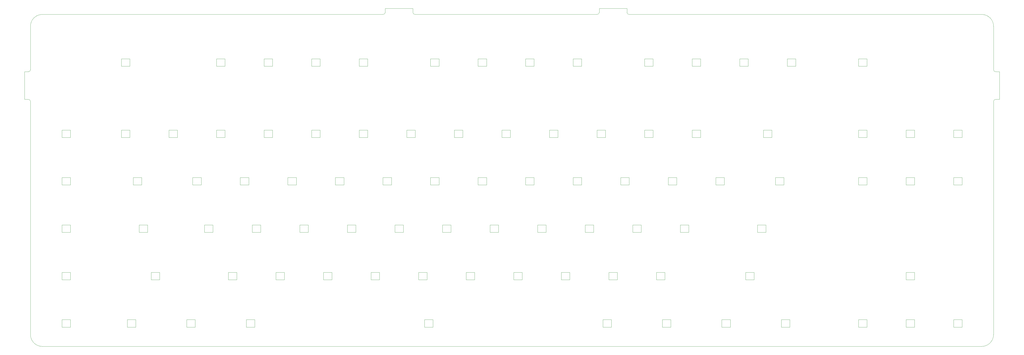
<source format=gm1>
%TF.GenerationSoftware,KiCad,Pcbnew,(5.1.10)-1*%
%TF.CreationDate,2021-10-20T23:33:36-04:00*%
%TF.ProjectId,custom_keyboard (f303_ fe2.1),63757374-6f6d-45f6-9b65-79626f617264,rev?*%
%TF.SameCoordinates,Original*%
%TF.FileFunction,Profile,NP*%
%FSLAX46Y46*%
G04 Gerber Fmt 4.6, Leading zero omitted, Abs format (unit mm)*
G04 Created by KiCad (PCBNEW (5.1.10)-1) date 2021-10-20 23:33:36*
%MOMM*%
%LPD*%
G01*
G04 APERTURE LIST*
%TA.AperFunction,Profile*%
%ADD10C,0.100000*%
%TD*%
%TA.AperFunction,Profile*%
%ADD11C,0.050000*%
%TD*%
G04 APERTURE END LIST*
D10*
X74607800Y-188900600D02*
X74607800Y-282557200D01*
X74607800Y-158740000D02*
X74607800Y-176201400D01*
X73814100Y-188106900D02*
G75*
G02*
X74607800Y-188900600I0J-793700D01*
G01*
X74607800Y-176201400D02*
G75*
G02*
X73814100Y-176995100I-793700J0D01*
G01*
X72226700Y-188106900D02*
X73814100Y-188106900D01*
X72226700Y-176995100D02*
X72226700Y-188106900D01*
X73814100Y-176995100D02*
X72226700Y-176995100D01*
X460346000Y-188900600D02*
X460346000Y-282557200D01*
X460346000Y-158740000D02*
X460346000Y-176201400D01*
X460346000Y-188900600D02*
G75*
G02*
X461139700Y-188106900I793700J0D01*
G01*
X461139700Y-176995100D02*
G75*
G02*
X460346000Y-176201400I0J793700D01*
G01*
X462727100Y-176995100D02*
X461139700Y-176995100D01*
X462727100Y-188106900D02*
X461139700Y-188106900D01*
X462727100Y-176995100D02*
X462727100Y-188106900D01*
X216680100Y-151596700D02*
X227791900Y-151596700D01*
X313511500Y-151596700D02*
X302399700Y-151596700D01*
X79370000Y-153977800D02*
X215886400Y-153977800D01*
X301606000Y-153977800D02*
X228585600Y-153977800D01*
X455583800Y-153977800D02*
X314305200Y-153977800D01*
X314305200Y-153977800D02*
G75*
G02*
X313511500Y-153184100I0J793700D01*
G01*
X302399700Y-153184100D02*
G75*
G02*
X301606000Y-153977800I-793700J0D01*
G01*
X302399700Y-151596700D02*
X302399700Y-153184100D01*
X313511500Y-153184100D02*
X313511500Y-151596700D01*
X216680100Y-153184100D02*
G75*
G02*
X215886400Y-153977800I-793700J0D01*
G01*
X228585600Y-153977800D02*
G75*
G02*
X227791900Y-153184100I0J793700D01*
G01*
X216680100Y-151596700D02*
X216680100Y-153184100D01*
X227791900Y-151596700D02*
X227791900Y-153184100D01*
X79370000Y-287319400D02*
X455583800Y-287319400D01*
X460346000Y-282557200D02*
G75*
G02*
X455583800Y-287319400I-4762200J0D01*
G01*
X455583800Y-153977800D02*
G75*
G02*
X460346000Y-158740000I0J-4762200D01*
G01*
X74607800Y-158740000D02*
G75*
G02*
X79370000Y-153977800I4762200J0D01*
G01*
X79370000Y-287319400D02*
G75*
G02*
X74607800Y-282557200I0J4762200D01*
G01*
D11*
%TO.C,MX83*%
X232441500Y-279582800D02*
X232441500Y-276582800D01*
X235841500Y-279582800D02*
X232441500Y-279582800D01*
X235841500Y-276582800D02*
X235841500Y-279582800D01*
X232441500Y-276582800D02*
X235841500Y-276582800D01*
%TO.C,MX84*%
X303874500Y-279582800D02*
X303874500Y-276582800D01*
X307274500Y-279582800D02*
X303874500Y-279582800D01*
X307274500Y-276582800D02*
X307274500Y-279582800D01*
X303874500Y-276582800D02*
X307274500Y-276582800D01*
%TO.C,MX32*%
X444359400Y-200387600D02*
X447759400Y-200387600D01*
X447759400Y-200387600D02*
X447759400Y-203387600D01*
X447759400Y-203387600D02*
X444359400Y-203387600D01*
X444359400Y-203387600D02*
X444359400Y-200387600D01*
%TO.C,MX1*%
X111005400Y-171814400D02*
X114405400Y-171814400D01*
X114405400Y-171814400D02*
X114405400Y-174814400D01*
X114405400Y-174814400D02*
X111005400Y-174814400D01*
X111005400Y-174814400D02*
X111005400Y-171814400D01*
%TO.C,MX2*%
X149103000Y-171814400D02*
X152503000Y-171814400D01*
X152503000Y-171814400D02*
X152503000Y-174814400D01*
X152503000Y-174814400D02*
X149103000Y-174814400D01*
X149103000Y-174814400D02*
X149103000Y-171814400D01*
%TO.C,MX3*%
X168151800Y-171814400D02*
X171551800Y-171814400D01*
X171551800Y-171814400D02*
X171551800Y-174814400D01*
X171551800Y-174814400D02*
X168151800Y-174814400D01*
X168151800Y-174814400D02*
X168151800Y-171814400D01*
%TO.C,MX4*%
X187200600Y-171814400D02*
X190600600Y-171814400D01*
X190600600Y-171814400D02*
X190600600Y-174814400D01*
X190600600Y-174814400D02*
X187200600Y-174814400D01*
X187200600Y-174814400D02*
X187200600Y-171814400D01*
%TO.C,MX5*%
X206249400Y-171814400D02*
X209649400Y-171814400D01*
X209649400Y-171814400D02*
X209649400Y-174814400D01*
X209649400Y-174814400D02*
X206249400Y-174814400D01*
X206249400Y-174814400D02*
X206249400Y-171814400D01*
%TO.C,MX6*%
X234822600Y-171814400D02*
X238222600Y-171814400D01*
X238222600Y-171814400D02*
X238222600Y-174814400D01*
X238222600Y-174814400D02*
X234822600Y-174814400D01*
X234822600Y-174814400D02*
X234822600Y-171814400D01*
%TO.C,MX7*%
X253871400Y-171814400D02*
X257271400Y-171814400D01*
X257271400Y-171814400D02*
X257271400Y-174814400D01*
X257271400Y-174814400D02*
X253871400Y-174814400D01*
X253871400Y-174814400D02*
X253871400Y-171814400D01*
%TO.C,MX8*%
X272920200Y-171814400D02*
X276320200Y-171814400D01*
X276320200Y-171814400D02*
X276320200Y-174814400D01*
X276320200Y-174814400D02*
X272920200Y-174814400D01*
X272920200Y-174814400D02*
X272920200Y-171814400D01*
%TO.C,MX9*%
X291969000Y-171814400D02*
X295369000Y-171814400D01*
X295369000Y-171814400D02*
X295369000Y-174814400D01*
X295369000Y-174814400D02*
X291969000Y-174814400D01*
X291969000Y-174814400D02*
X291969000Y-171814400D01*
%TO.C,MX10*%
X320542200Y-171814400D02*
X323942200Y-171814400D01*
X323942200Y-171814400D02*
X323942200Y-174814400D01*
X323942200Y-174814400D02*
X320542200Y-174814400D01*
X320542200Y-174814400D02*
X320542200Y-171814400D01*
%TO.C,MX11*%
X339591000Y-171814400D02*
X342991000Y-171814400D01*
X342991000Y-171814400D02*
X342991000Y-174814400D01*
X342991000Y-174814400D02*
X339591000Y-174814400D01*
X339591000Y-174814400D02*
X339591000Y-171814400D01*
%TO.C,MX12*%
X358639800Y-171814400D02*
X362039800Y-171814400D01*
X362039800Y-171814400D02*
X362039800Y-174814400D01*
X362039800Y-174814400D02*
X358639800Y-174814400D01*
X358639800Y-174814400D02*
X358639800Y-171814400D01*
%TO.C,MX13*%
X377688600Y-171814400D02*
X381088600Y-171814400D01*
X381088600Y-171814400D02*
X381088600Y-174814400D01*
X381088600Y-174814400D02*
X377688600Y-174814400D01*
X377688600Y-174814400D02*
X377688600Y-171814400D01*
%TO.C,MX14*%
X406261800Y-171814400D02*
X409661800Y-171814400D01*
X409661800Y-171814400D02*
X409661800Y-174814400D01*
X409661800Y-174814400D02*
X406261800Y-174814400D01*
X406261800Y-174814400D02*
X406261800Y-171814400D01*
%TO.C,MX15*%
X87194400Y-200387600D02*
X90594400Y-200387600D01*
X90594400Y-200387600D02*
X90594400Y-203387600D01*
X90594400Y-203387600D02*
X87194400Y-203387600D01*
X87194400Y-203387600D02*
X87194400Y-200387600D01*
%TO.C,MX16*%
X111005400Y-200387600D02*
X114405400Y-200387600D01*
X114405400Y-200387600D02*
X114405400Y-203387600D01*
X114405400Y-203387600D02*
X111005400Y-203387600D01*
X111005400Y-203387600D02*
X111005400Y-200387600D01*
%TO.C,MX17*%
X130054200Y-200387600D02*
X133454200Y-200387600D01*
X133454200Y-200387600D02*
X133454200Y-203387600D01*
X133454200Y-203387600D02*
X130054200Y-203387600D01*
X130054200Y-203387600D02*
X130054200Y-200387600D01*
%TO.C,MX18*%
X149103000Y-200387600D02*
X152503000Y-200387600D01*
X152503000Y-200387600D02*
X152503000Y-203387600D01*
X152503000Y-203387600D02*
X149103000Y-203387600D01*
X149103000Y-203387600D02*
X149103000Y-200387600D01*
%TO.C,MX19*%
X168151800Y-200387600D02*
X171551800Y-200387600D01*
X171551800Y-200387600D02*
X171551800Y-203387600D01*
X171551800Y-203387600D02*
X168151800Y-203387600D01*
X168151800Y-203387600D02*
X168151800Y-200387600D01*
%TO.C,MX20*%
X187200600Y-200387600D02*
X190600600Y-200387600D01*
X190600600Y-200387600D02*
X190600600Y-203387600D01*
X190600600Y-203387600D02*
X187200600Y-203387600D01*
X187200600Y-203387600D02*
X187200600Y-200387600D01*
%TO.C,MX21*%
X206249400Y-200387600D02*
X209649400Y-200387600D01*
X209649400Y-200387600D02*
X209649400Y-203387600D01*
X209649400Y-203387600D02*
X206249400Y-203387600D01*
X206249400Y-203387600D02*
X206249400Y-200387600D01*
%TO.C,MX22*%
X225298200Y-200387600D02*
X228698200Y-200387600D01*
X228698200Y-200387600D02*
X228698200Y-203387600D01*
X228698200Y-203387600D02*
X225298200Y-203387600D01*
X225298200Y-203387600D02*
X225298200Y-200387600D01*
%TO.C,MX23*%
X244347000Y-200387600D02*
X247747000Y-200387600D01*
X247747000Y-200387600D02*
X247747000Y-203387600D01*
X247747000Y-203387600D02*
X244347000Y-203387600D01*
X244347000Y-203387600D02*
X244347000Y-200387600D01*
%TO.C,MX24*%
X263395800Y-200387600D02*
X266795800Y-200387600D01*
X266795800Y-200387600D02*
X266795800Y-203387600D01*
X266795800Y-203387600D02*
X263395800Y-203387600D01*
X263395800Y-203387600D02*
X263395800Y-200387600D01*
%TO.C,MX25*%
X282444600Y-200387600D02*
X285844600Y-200387600D01*
X285844600Y-200387600D02*
X285844600Y-203387600D01*
X285844600Y-203387600D02*
X282444600Y-203387600D01*
X282444600Y-203387600D02*
X282444600Y-200387600D01*
%TO.C,MX26*%
X301493400Y-200387600D02*
X304893400Y-200387600D01*
X304893400Y-200387600D02*
X304893400Y-203387600D01*
X304893400Y-203387600D02*
X301493400Y-203387600D01*
X301493400Y-203387600D02*
X301493400Y-200387600D01*
%TO.C,MX27*%
X320542200Y-200387600D02*
X323942200Y-200387600D01*
X323942200Y-200387600D02*
X323942200Y-203387600D01*
X323942200Y-203387600D02*
X320542200Y-203387600D01*
X320542200Y-203387600D02*
X320542200Y-200387600D01*
%TO.C,MX28*%
X339591000Y-200387600D02*
X342991000Y-200387600D01*
X342991000Y-200387600D02*
X342991000Y-203387600D01*
X342991000Y-203387600D02*
X339591000Y-203387600D01*
X339591000Y-203387600D02*
X339591000Y-200387600D01*
%TO.C,MX29*%
X368164200Y-200387600D02*
X371564200Y-200387600D01*
X371564200Y-200387600D02*
X371564200Y-203387600D01*
X371564200Y-203387600D02*
X368164200Y-203387600D01*
X368164200Y-203387600D02*
X368164200Y-200387600D01*
%TO.C,MX30*%
X406261800Y-200387600D02*
X409661800Y-200387600D01*
X409661800Y-200387600D02*
X409661800Y-203387600D01*
X409661800Y-203387600D02*
X406261800Y-203387600D01*
X406261800Y-203387600D02*
X406261800Y-200387600D01*
%TO.C,MX31*%
X425310600Y-200387600D02*
X428710600Y-200387600D01*
X428710600Y-200387600D02*
X428710600Y-203387600D01*
X428710600Y-203387600D02*
X425310600Y-203387600D01*
X425310600Y-203387600D02*
X425310600Y-200387600D01*
%TO.C,MX33*%
X87194400Y-219436400D02*
X90594400Y-219436400D01*
X90594400Y-219436400D02*
X90594400Y-222436400D01*
X90594400Y-222436400D02*
X87194400Y-222436400D01*
X87194400Y-222436400D02*
X87194400Y-219436400D01*
%TO.C,MX34*%
X115767600Y-222436400D02*
X115767600Y-219436400D01*
X119167600Y-222436400D02*
X115767600Y-222436400D01*
X119167600Y-219436400D02*
X119167600Y-222436400D01*
X115767600Y-219436400D02*
X119167600Y-219436400D01*
%TO.C,MX35*%
X139578600Y-219436400D02*
X142978600Y-219436400D01*
X142978600Y-219436400D02*
X142978600Y-222436400D01*
X142978600Y-222436400D02*
X139578600Y-222436400D01*
X139578600Y-222436400D02*
X139578600Y-219436400D01*
%TO.C,MX36*%
X158627400Y-219436400D02*
X162027400Y-219436400D01*
X162027400Y-219436400D02*
X162027400Y-222436400D01*
X162027400Y-222436400D02*
X158627400Y-222436400D01*
X158627400Y-222436400D02*
X158627400Y-219436400D01*
%TO.C,MX37*%
X177676200Y-219436400D02*
X181076200Y-219436400D01*
X181076200Y-219436400D02*
X181076200Y-222436400D01*
X181076200Y-222436400D02*
X177676200Y-222436400D01*
X177676200Y-222436400D02*
X177676200Y-219436400D01*
%TO.C,MX38*%
X196725000Y-219436400D02*
X200125000Y-219436400D01*
X200125000Y-219436400D02*
X200125000Y-222436400D01*
X200125000Y-222436400D02*
X196725000Y-222436400D01*
X196725000Y-222436400D02*
X196725000Y-219436400D01*
%TO.C,MX39*%
X215773800Y-219436400D02*
X219173800Y-219436400D01*
X219173800Y-219436400D02*
X219173800Y-222436400D01*
X219173800Y-222436400D02*
X215773800Y-222436400D01*
X215773800Y-222436400D02*
X215773800Y-219436400D01*
%TO.C,MX40*%
X234822600Y-219436400D02*
X238222600Y-219436400D01*
X238222600Y-219436400D02*
X238222600Y-222436400D01*
X238222600Y-222436400D02*
X234822600Y-222436400D01*
X234822600Y-222436400D02*
X234822600Y-219436400D01*
%TO.C,MX41*%
X253871400Y-219436400D02*
X257271400Y-219436400D01*
X257271400Y-219436400D02*
X257271400Y-222436400D01*
X257271400Y-222436400D02*
X253871400Y-222436400D01*
X253871400Y-222436400D02*
X253871400Y-219436400D01*
%TO.C,MX42*%
X272920200Y-219436400D02*
X276320200Y-219436400D01*
X276320200Y-219436400D02*
X276320200Y-222436400D01*
X276320200Y-222436400D02*
X272920200Y-222436400D01*
X272920200Y-222436400D02*
X272920200Y-219436400D01*
%TO.C,MX43*%
X291969000Y-219436400D02*
X295369000Y-219436400D01*
X295369000Y-219436400D02*
X295369000Y-222436400D01*
X295369000Y-222436400D02*
X291969000Y-222436400D01*
X291969000Y-222436400D02*
X291969000Y-219436400D01*
%TO.C,MX45*%
X330066600Y-219436400D02*
X333466600Y-219436400D01*
X333466600Y-219436400D02*
X333466600Y-222436400D01*
X333466600Y-222436400D02*
X330066600Y-222436400D01*
X330066600Y-222436400D02*
X330066600Y-219436400D01*
%TO.C,MX46*%
X349115400Y-219436400D02*
X352515400Y-219436400D01*
X352515400Y-219436400D02*
X352515400Y-222436400D01*
X352515400Y-222436400D02*
X349115400Y-222436400D01*
X349115400Y-222436400D02*
X349115400Y-219436400D01*
%TO.C,MX48*%
X406261800Y-219436400D02*
X409661800Y-219436400D01*
X409661800Y-219436400D02*
X409661800Y-222436400D01*
X409661800Y-222436400D02*
X406261800Y-222436400D01*
X406261800Y-222436400D02*
X406261800Y-219436400D01*
%TO.C,MX49*%
X425310600Y-219436400D02*
X428710600Y-219436400D01*
X428710600Y-219436400D02*
X428710600Y-222436400D01*
X428710600Y-222436400D02*
X425310600Y-222436400D01*
X425310600Y-222436400D02*
X425310600Y-219436400D01*
%TO.C,MX51*%
X87194400Y-238485200D02*
X90594400Y-238485200D01*
X90594400Y-238485200D02*
X90594400Y-241485200D01*
X90594400Y-241485200D02*
X87194400Y-241485200D01*
X87194400Y-241485200D02*
X87194400Y-238485200D01*
%TO.C,MX52*%
X118148700Y-241485200D02*
X118148700Y-238485200D01*
X121548700Y-241485200D02*
X118148700Y-241485200D01*
X121548700Y-238485200D02*
X121548700Y-241485200D01*
X118148700Y-238485200D02*
X121548700Y-238485200D01*
%TO.C,MX53*%
X144282500Y-238485200D02*
X147682500Y-238485200D01*
X147682500Y-238485200D02*
X147682500Y-241485200D01*
X147682500Y-241485200D02*
X144282500Y-241485200D01*
X144282500Y-241485200D02*
X144282500Y-238485200D01*
%TO.C,MX54*%
X163389600Y-238485200D02*
X166789600Y-238485200D01*
X166789600Y-238485200D02*
X166789600Y-241485200D01*
X166789600Y-241485200D02*
X163389600Y-241485200D01*
X163389600Y-241485200D02*
X163389600Y-238485200D01*
%TO.C,MX55*%
X182438400Y-238485200D02*
X185838400Y-238485200D01*
X185838400Y-238485200D02*
X185838400Y-241485200D01*
X185838400Y-241485200D02*
X182438400Y-241485200D01*
X182438400Y-241485200D02*
X182438400Y-238485200D01*
%TO.C,MX56*%
X201487200Y-238485200D02*
X204887200Y-238485200D01*
X204887200Y-238485200D02*
X204887200Y-241485200D01*
X204887200Y-241485200D02*
X201487200Y-241485200D01*
X201487200Y-241485200D02*
X201487200Y-238485200D01*
%TO.C,MX57*%
X220536000Y-238485200D02*
X223936000Y-238485200D01*
X223936000Y-238485200D02*
X223936000Y-241485200D01*
X223936000Y-241485200D02*
X220536000Y-241485200D01*
X220536000Y-241485200D02*
X220536000Y-238485200D01*
%TO.C,MX59*%
X258633600Y-238485200D02*
X262033600Y-238485200D01*
X262033600Y-238485200D02*
X262033600Y-241485200D01*
X262033600Y-241485200D02*
X258633600Y-241485200D01*
X258633600Y-241485200D02*
X258633600Y-238485200D01*
%TO.C,MX60*%
X277682400Y-238485200D02*
X281082400Y-238485200D01*
X281082400Y-238485200D02*
X281082400Y-241485200D01*
X281082400Y-241485200D02*
X277682400Y-241485200D01*
X277682400Y-241485200D02*
X277682400Y-238485200D01*
%TO.C,MX61*%
X296731200Y-238485200D02*
X300131200Y-238485200D01*
X300131200Y-238485200D02*
X300131200Y-241485200D01*
X300131200Y-241485200D02*
X296731200Y-241485200D01*
X296731200Y-241485200D02*
X296731200Y-238485200D01*
%TO.C,MX63*%
X334828800Y-238485200D02*
X338228800Y-238485200D01*
X338228800Y-238485200D02*
X338228800Y-241485200D01*
X338228800Y-241485200D02*
X334828800Y-241485200D01*
X334828800Y-241485200D02*
X334828800Y-238485200D01*
%TO.C,MX65*%
X87194400Y-257534000D02*
X90594400Y-257534000D01*
X90594400Y-257534000D02*
X90594400Y-260534000D01*
X90594400Y-260534000D02*
X87194400Y-260534000D01*
X87194400Y-260534000D02*
X87194400Y-257534000D01*
%TO.C,MX66*%
X122910900Y-257534000D02*
X126310900Y-257534000D01*
X126310900Y-257534000D02*
X126310900Y-260534000D01*
X126310900Y-260534000D02*
X122910900Y-260534000D01*
X122910900Y-260534000D02*
X122910900Y-257534000D01*
%TO.C,MX67*%
X153865200Y-257534000D02*
X157265200Y-257534000D01*
X157265200Y-257534000D02*
X157265200Y-260534000D01*
X157265200Y-260534000D02*
X153865200Y-260534000D01*
X153865200Y-260534000D02*
X153865200Y-257534000D01*
%TO.C,MX68*%
X172914000Y-257534000D02*
X176314000Y-257534000D01*
X176314000Y-257534000D02*
X176314000Y-260534000D01*
X176314000Y-260534000D02*
X172914000Y-260534000D01*
X172914000Y-260534000D02*
X172914000Y-257534000D01*
%TO.C,MX69*%
X191962800Y-257534000D02*
X195362800Y-257534000D01*
X195362800Y-257534000D02*
X195362800Y-260534000D01*
X195362800Y-260534000D02*
X191962800Y-260534000D01*
X191962800Y-260534000D02*
X191962800Y-257534000D01*
%TO.C,MX70*%
X211011600Y-257534000D02*
X214411600Y-257534000D01*
X214411600Y-257534000D02*
X214411600Y-260534000D01*
X214411600Y-260534000D02*
X211011600Y-260534000D01*
X211011600Y-260534000D02*
X211011600Y-257534000D01*
%TO.C,MX71*%
X230060400Y-257534000D02*
X233460400Y-257534000D01*
X233460400Y-257534000D02*
X233460400Y-260534000D01*
X233460400Y-260534000D02*
X230060400Y-260534000D01*
X230060400Y-260534000D02*
X230060400Y-257534000D01*
%TO.C,MX72*%
X249109200Y-257534000D02*
X252509200Y-257534000D01*
X252509200Y-257534000D02*
X252509200Y-260534000D01*
X252509200Y-260534000D02*
X249109200Y-260534000D01*
X249109200Y-260534000D02*
X249109200Y-257534000D01*
%TO.C,MX73*%
X268158000Y-257534000D02*
X271558000Y-257534000D01*
X271558000Y-257534000D02*
X271558000Y-260534000D01*
X271558000Y-260534000D02*
X268158000Y-260534000D01*
X268158000Y-260534000D02*
X268158000Y-257534000D01*
%TO.C,MX74*%
X287206800Y-257534000D02*
X290606800Y-257534000D01*
X290606800Y-257534000D02*
X290606800Y-260534000D01*
X290606800Y-260534000D02*
X287206800Y-260534000D01*
X287206800Y-260534000D02*
X287206800Y-257534000D01*
%TO.C,MX75*%
X306255600Y-257534000D02*
X309655600Y-257534000D01*
X309655600Y-257534000D02*
X309655600Y-260534000D01*
X309655600Y-260534000D02*
X306255600Y-260534000D01*
X306255600Y-260534000D02*
X306255600Y-257534000D01*
%TO.C,MX76*%
X325304400Y-257534000D02*
X328704400Y-257534000D01*
X328704400Y-257534000D02*
X328704400Y-260534000D01*
X328704400Y-260534000D02*
X325304400Y-260534000D01*
X325304400Y-260534000D02*
X325304400Y-257534000D01*
%TO.C,MX77*%
X361020900Y-260534000D02*
X361020900Y-257534000D01*
X364420900Y-260534000D02*
X361020900Y-260534000D01*
X364420900Y-257534000D02*
X364420900Y-260534000D01*
X361020900Y-257534000D02*
X364420900Y-257534000D01*
%TO.C,MX78*%
X425310600Y-257534000D02*
X428710600Y-257534000D01*
X428710600Y-257534000D02*
X428710600Y-260534000D01*
X428710600Y-260534000D02*
X425310600Y-260534000D01*
X425310600Y-260534000D02*
X425310600Y-257534000D01*
%TO.C,MX79*%
X87194400Y-276582800D02*
X90594400Y-276582800D01*
X90594400Y-276582800D02*
X90594400Y-279582800D01*
X90594400Y-279582800D02*
X87194400Y-279582800D01*
X87194400Y-279582800D02*
X87194400Y-276582800D01*
%TO.C,MX80*%
X113386500Y-279582800D02*
X113386500Y-276582800D01*
X116786500Y-279582800D02*
X113386500Y-279582800D01*
X116786500Y-276582800D02*
X116786500Y-279582800D01*
X113386500Y-276582800D02*
X116786500Y-276582800D01*
%TO.C,MX81*%
X137197500Y-279582800D02*
X137197500Y-276582800D01*
X140597500Y-279582800D02*
X137197500Y-279582800D01*
X140597500Y-276582800D02*
X140597500Y-279582800D01*
X137197500Y-276582800D02*
X140597500Y-276582800D01*
%TO.C,MX82*%
X161008500Y-279582800D02*
X161008500Y-276582800D01*
X164408500Y-279582800D02*
X161008500Y-279582800D01*
X164408500Y-276582800D02*
X164408500Y-279582800D01*
X161008500Y-276582800D02*
X164408500Y-276582800D01*
%TO.C,MX85*%
X327685500Y-279582800D02*
X327685500Y-276582800D01*
X331085500Y-279582800D02*
X327685500Y-279582800D01*
X331085500Y-276582800D02*
X331085500Y-279582800D01*
X327685500Y-276582800D02*
X331085500Y-276582800D01*
%TO.C,MX86*%
X351496500Y-279582800D02*
X351496500Y-276582800D01*
X354896500Y-279582800D02*
X351496500Y-279582800D01*
X354896500Y-276582800D02*
X354896500Y-279582800D01*
X351496500Y-276582800D02*
X354896500Y-276582800D01*
%TO.C,MX89*%
X425310600Y-276582800D02*
X428710600Y-276582800D01*
X428710600Y-276582800D02*
X428710600Y-279582800D01*
X428710600Y-279582800D02*
X425310600Y-279582800D01*
X425310600Y-279582800D02*
X425310600Y-276582800D01*
%TO.C,MX64*%
X365783100Y-238485200D02*
X369183100Y-238485200D01*
X369183100Y-238485200D02*
X369183100Y-241485200D01*
X369183100Y-241485200D02*
X365783100Y-241485200D01*
X365783100Y-241485200D02*
X365783100Y-238485200D01*
%TO.C,MX47*%
X372926400Y-222436400D02*
X372926400Y-219436400D01*
X376326400Y-222436400D02*
X372926400Y-222436400D01*
X376326400Y-219436400D02*
X376326400Y-222436400D01*
X372926400Y-219436400D02*
X376326400Y-219436400D01*
%TO.C,MX44*%
X311017800Y-219436400D02*
X314417800Y-219436400D01*
X314417800Y-219436400D02*
X314417800Y-222436400D01*
X314417800Y-222436400D02*
X311017800Y-222436400D01*
X311017800Y-222436400D02*
X311017800Y-219436400D01*
%TO.C,MX88*%
X406261800Y-276582800D02*
X409661800Y-276582800D01*
X409661800Y-276582800D02*
X409661800Y-279582800D01*
X409661800Y-279582800D02*
X406261800Y-279582800D01*
X406261800Y-279582800D02*
X406261800Y-276582800D01*
%TO.C,MX87*%
X375307500Y-279582800D02*
X375307500Y-276582800D01*
X378707500Y-279582800D02*
X375307500Y-279582800D01*
X378707500Y-276582800D02*
X378707500Y-279582800D01*
X375307500Y-276582800D02*
X378707500Y-276582800D01*
%TO.C,MX50*%
X444359400Y-219436400D02*
X447759400Y-219436400D01*
X447759400Y-219436400D02*
X447759400Y-222436400D01*
X447759400Y-222436400D02*
X444359400Y-222436400D01*
X444359400Y-222436400D02*
X444359400Y-219436400D01*
%TO.C,MX90*%
X444359400Y-276582800D02*
X447759400Y-276582800D01*
X447759400Y-276582800D02*
X447759400Y-279582800D01*
X447759400Y-279582800D02*
X444359400Y-279582800D01*
X444359400Y-279582800D02*
X444359400Y-276582800D01*
%TO.C,MX58*%
X239584800Y-238485200D02*
X242984800Y-238485200D01*
X242984800Y-238485200D02*
X242984800Y-241485200D01*
X242984800Y-241485200D02*
X239584800Y-241485200D01*
X239584800Y-241485200D02*
X239584800Y-238485200D01*
%TO.C,MX62*%
X315780000Y-238485200D02*
X319180000Y-238485200D01*
X319180000Y-238485200D02*
X319180000Y-241485200D01*
X319180000Y-241485200D02*
X315780000Y-241485200D01*
X315780000Y-241485200D02*
X315780000Y-238485200D01*
%TD*%
M02*

</source>
